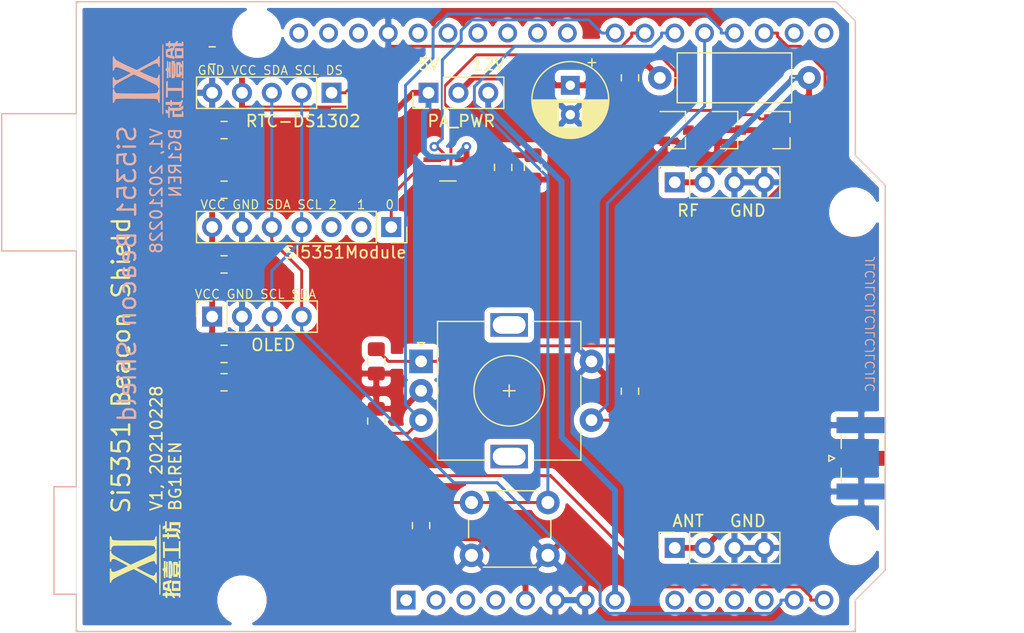
<source format=kicad_pcb>
(kicad_pcb (version 20171130) (host pcbnew "(5.1.9-0-10_14)")
  (layers (0 F.Cu signal) (31 B.Cu signal) (34 B.Paste user) (35 F.Paste user) (36 B.SilkS user) (37 F.SilkS user) (38 B.Mask user) (39 F.Mask user) (44 Edge.Cuts user))
  (net 0 "")
  (net 1 SCL)
  (net 2 GND)
  (net 3 SDA)
  (net 4 +12V)
  (net 5 VCC)
  (net 6 TX)
  (net 7 ROT_2)
  (net 8 ROT_1)
  (net 9 DS)
  (net 10 ANT)
  (net 11 RF_OUT)
  (net 12 CLK0)
  (net 13 PA_PWR)
  (net 14 C_OUT)
  (net 15 SW_BTN)
  (net 16 SW_R)
  (module xi:xi-logo-a-07_07 (layer B.Cu) (at 51.686 42.034 270)
    (fp_text reference G*** hide)
    (fp_text value LOGO hide)
  )
  (module xi:xi-logo-a-07_07 (layer F.Cu) (at 51.432 82.928 90)
    (fp_text reference G*** hide)
    (fp_text value LOGO hide)
  )
  (module Connector_Coaxial:SMA_Samtec_SMA-J-P-X-ST-EM1_EdgeMount (layer F.Cu) (at 112.395 74.292 90)
    (fp_text reference J1 hide)
    (fp_text value ANT)
    (pad 1 smd rect (at 0 0.2 90) (size 1.27 3.6) (layers F.Cu F.Paste F.Mask) (net 10 ANT))
    (pad 2 smd rect (at 2.825 0 90) (size 1.35 4.2) (layers F.Cu F.Paste F.Mask) (net 2 GND))
    (pad 2 smd rect (at -2.825 0 90) (size 1.35 4.2) (layers F.Cu F.Paste F.Mask) (net 2 GND))
    (pad 2 smd rect (at 2.825 0 90) (size 1.35 4.2) (layers B.Cu B.Paste B.Mask) (net 2 GND))
    (pad 2 smd rect (at -2.825 0 90) (size 1.35 4.2) (layers B.Cu B.Paste B.Mask) (net 2 GND))
  )
  (module Capacitor_SMD:C_0805_2012Metric_Pad1.18x1.45mm_HandSolder (layer F.Cu) (at 92.71 68.58 90)
    (fp_text reference C14 hide)
    (fp_text value 10n)
    (pad 2 smd roundrect (at 1.0375 0 90) (size 1.175 1.45) (layers F.Cu F.Paste F.Mask) (roundrect_rratio 0.2127659574468085) (net 2 GND))
    (pad 1 smd roundrect (at -1.0375 0 90) (size 1.175 1.45) (layers F.Cu F.Paste F.Mask) (roundrect_rratio 0.2127659574468085) (net 16 SW_R))
  )
  (module Capacitor_SMD:C_0805_2012Metric_Pad1.18x1.45mm_HandSolder (layer F.Cu) (at 74.93 80.01 270)
    (fp_text reference C13 hide)
    (fp_text value 10n)
    (pad 2 smd roundrect (at 1.0375 0 270) (size 1.175 1.45) (layers F.Cu F.Paste F.Mask) (roundrect_rratio 0.2127659574468085) (net 2 GND))
    (pad 1 smd roundrect (at -1.0375 0 270) (size 1.175 1.45) (layers F.Cu F.Paste F.Mask) (roundrect_rratio 0.2127659574468085) (net 15 SW_BTN))
  )
  (module Module:Arduino_UNO_R3_WithMountingHoles (layer B.Cu) (at 73.66 86.36)
    (fp_text reference A1 hide)
    (fp_text value Shield)
    (pad "" np_thru_hole circle (at 38.1 -5.08 270) (size 3.2 3.2) (drill 3.2) (layers *.Cu *.Mask))
    (pad "" np_thru_hole circle (at 38.1 -33.02 270) (size 3.2 3.2) (drill 3.2) (layers *.Cu *.Mask))
    (pad "" np_thru_hole circle (at -12.7 -48.26 270) (size 3.2 3.2) (drill 3.2) (layers *.Cu *.Mask))
    (pad "" np_thru_hole circle (at -13.97 0 270) (size 3.2 3.2) (drill 3.2) (layers *.Cu *.Mask))
    (pad 16 thru_hole oval (at 33.02 -48.26 270) (size 1.6 1.6) (drill 1) (layers *.Cu *.Mask))
    (pad 15 thru_hole oval (at 35.56 -48.26 270) (size 1.6 1.6) (drill 1) (layers *.Cu *.Mask))
    (pad 30 thru_hole oval (at -4.06 -48.26 270) (size 1.6 1.6) (drill 1) (layers *.Cu *.Mask))
    (pad 14 thru_hole oval (at 35.56 0 270) (size 1.6 1.6) (drill 1) (layers *.Cu *.Mask) (net 1 SCL))
    (pad 29 thru_hole oval (at -1.52 -48.26 270) (size 1.6 1.6) (drill 1) (layers *.Cu *.Mask) (net 2 GND))
    (pad 13 thru_hole oval (at 33.02 0 270) (size 1.6 1.6) (drill 1) (layers *.Cu *.Mask) (net 3 SDA))
    (pad 28 thru_hole oval (at 1.02 -48.26 270) (size 1.6 1.6) (drill 1) (layers *.Cu *.Mask))
    (pad 12 thru_hole oval (at 30.48 0 270) (size 1.6 1.6) (drill 1) (layers *.Cu *.Mask))
    (pad 27 thru_hole oval (at 3.56 -48.26 270) (size 1.6 1.6) (drill 1) (layers *.Cu *.Mask))
    (pad 11 thru_hole oval (at 27.94 0 270) (size 1.6 1.6) (drill 1) (layers *.Cu *.Mask))
    (pad 26 thru_hole oval (at 6.1 -48.26 270) (size 1.6 1.6) (drill 1) (layers *.Cu *.Mask))
    (pad 10 thru_hole oval (at 25.4 0 270) (size 1.6 1.6) (drill 1) (layers *.Cu *.Mask))
    (pad 25 thru_hole oval (at 8.64 -48.26 270) (size 1.6 1.6) (drill 1) (layers *.Cu *.Mask))
    (pad 9 thru_hole oval (at 22.86 0 270) (size 1.6 1.6) (drill 1) (layers *.Cu *.Mask))
    (pad 24 thru_hole oval (at 11.18 -48.26 270) (size 1.6 1.6) (drill 1) (layers *.Cu *.Mask))
    (pad 8 thru_hole oval (at 17.78 0 270) (size 1.6 1.6) (drill 1) (layers *.Cu *.Mask) (net 4 +12V))
    (pad 23 thru_hole oval (at 13.72 -48.26 270) (size 1.6 1.6) (drill 1) (layers *.Cu *.Mask))
    (pad 7 thru_hole oval (at 15.24 0 270) (size 1.6 1.6) (drill 1) (layers *.Cu *.Mask) (net 2 GND))
    (pad 22 thru_hole oval (at 17.78 -48.26 270) (size 1.6 1.6) (drill 1) (layers *.Cu *.Mask) (net 6 TX))
    (pad 6 thru_hole oval (at 12.7 0 270) (size 1.6 1.6) (drill 1) (layers *.Cu *.Mask) (net 2 GND))
    (pad 21 thru_hole oval (at 20.32 -48.26 270) (size 1.6 1.6) (drill 1) (layers *.Cu *.Mask) (net 9 DS))
    (pad 5 thru_hole oval (at 10.16 0 270) (size 1.6 1.6) (drill 1) (layers *.Cu *.Mask) (net 5 VCC))
    (pad 20 thru_hole oval (at 22.86 -48.26 270) (size 1.6 1.6) (drill 1) (layers *.Cu *.Mask) (net 15 SW_BTN))
    (pad 4 thru_hole oval (at 7.62 0 270) (size 1.6 1.6) (drill 1) (layers *.Cu *.Mask))
    (pad 19 thru_hole oval (at 25.4 -48.26 270) (size 1.6 1.6) (drill 1) (layers *.Cu *.Mask) (net 16 SW_R))
    (pad 3 thru_hole oval (at 5.08 0 270) (size 1.6 1.6) (drill 1) (layers *.Cu *.Mask))
    (pad 18 thru_hole oval (at 27.94 -48.26 270) (size 1.6 1.6) (drill 1) (layers *.Cu *.Mask) (net 7 ROT_2))
    (pad 2 thru_hole oval (at 2.54 0 270) (size 1.6 1.6) (drill 1) (layers *.Cu *.Mask))
    (pad 17 thru_hole oval (at 30.48 -48.26 270) (size 1.6 1.6) (drill 1) (layers *.Cu *.Mask) (net 8 ROT_1))
    (pad 1 thru_hole rect (at 0 0 270) (size 1.6 1.6) (drill 1) (layers *.Cu *.Mask))
    (pad 31 thru_hole oval (at -6.6 -48.26 270) (size 1.6 1.6) (drill 1) (layers *.Cu *.Mask))
    (pad 32 thru_hole oval (at -9.14 -48.26 270) (size 1.6 1.6) (drill 1) (layers *.Cu *.Mask))
  )
  (module Capacitor_SMD:C_0805_2012Metric_Pad1.18x1.45mm_HandSolder (layer F.Cu) (at 92.71 41.91 270)
    (fp_text reference C12 hide)
    (fp_text value 10n)
    (pad 2 smd roundrect (at 1.0375 0 270) (size 1.175 1.45) (layers F.Cu F.Paste F.Mask) (roundrect_rratio 0.2127659574468085) (net 2 GND))
    (pad 1 smd roundrect (at -1.0375 0 270) (size 1.175 1.45) (layers F.Cu F.Paste F.Mask) (roundrect_rratio 0.2127659574468085) (net 13 PA_PWR))
  )
  (module Capacitor_THT:CP_Radial_D6.3mm_P2.50mm (layer F.Cu) (at 87.63 42.545 270)
    (fp_text reference C11 hide)
    (fp_text value 100u)
    (pad 2 thru_hole circle (at 2.5 0 270) (size 1.6 1.6) (drill 0.8) (layers *.Cu *.Mask) (net 2 GND))
    (pad 1 thru_hole rect (at 0 0 270) (size 1.6 1.6) (drill 0.8) (layers *.Cu *.Mask) (net 13 PA_PWR))
  )
  (module Capacitor_SMD:C_0805_2012Metric_Pad1.18x1.45mm_HandSolder (layer F.Cu) (at 81.915 49.53 270)
    (fp_text reference C10 hide)
    (fp_text value 10n)
    (pad 2 smd roundrect (at 1.0375 0 270) (size 1.175 1.45) (layers F.Cu F.Paste F.Mask) (roundrect_rratio 0.2127659574468085) (net 2 GND))
    (pad 1 smd roundrect (at -1.0375 0 270) (size 1.175 1.45) (layers F.Cu F.Paste F.Mask) (roundrect_rratio 0.2127659574468085) (net 5 VCC))
  )
  (module Capacitor_SMD:C_0805_2012Metric_Pad1.18x1.45mm_HandSolder (layer F.Cu) (at 84.455 49.53 270)
    (fp_text reference C9 hide)
    (fp_text value 1u)
    (pad 2 smd roundrect (at 1.0375 0 270) (size 1.175 1.45) (layers F.Cu F.Paste F.Mask) (roundrect_rratio 0.2127659574468085) (net 2 GND))
    (pad 1 smd roundrect (at -1.0375 0 270) (size 1.175 1.45) (layers F.Cu F.Paste F.Mask) (roundrect_rratio 0.2127659574468085) (net 5 VCC))
  )
  (module Capacitor_SMD:C_0805_2012Metric_Pad1.18x1.45mm_HandSolder (layer F.Cu) (at 58.166 46.355 180)
    (fp_text reference C8 hide)
    (fp_text value 10n)
    (pad 2 smd roundrect (at 1.0375 0 180) (size 1.175 1.45) (layers F.Cu F.Paste F.Mask) (roundrect_rratio 0.2127659574468085) (net 2 GND))
    (pad 1 smd roundrect (at -1.0375 0 180) (size 1.175 1.45) (layers F.Cu F.Paste F.Mask) (roundrect_rratio 0.2127659574468085) (net 5 VCC))
  )
  (module Capacitor_SMD:C_0805_2012Metric_Pad1.18x1.45mm_HandSolder (layer F.Cu) (at 57.15 40.005 180)
    (fp_text reference C7 hide)
    (fp_text value 1u)
    (pad 2 smd roundrect (at 1.0375 0 180) (size 1.175 1.45) (layers F.Cu F.Paste F.Mask) (roundrect_rratio 0.2127659574468085) (net 2 GND))
    (pad 1 smd roundrect (at -1.0375 0 180) (size 1.175 1.45) (layers F.Cu F.Paste F.Mask) (roundrect_rratio 0.2127659574468085) (net 5 VCC))
  )
  (module Capacitor_SMD:C_0805_2012Metric_Pad1.18x1.45mm_HandSolder (layer F.Cu) (at 58.166 51.435)
    (fp_text reference C6 hide)
    (fp_text value 10n)
    (pad 2 smd roundrect (at 1.0375 0) (size 1.175 1.45) (layers F.Cu F.Paste F.Mask) (roundrect_rratio 0.2127659574468085) (net 2 GND))
    (pad 1 smd roundrect (at -1.0375 0) (size 1.175 1.45) (layers F.Cu F.Paste F.Mask) (roundrect_rratio 0.2127659574468085) (net 5 VCC))
  )
  (module Capacitor_SMD:C_0805_2012Metric_Pad1.18x1.45mm_HandSolder (layer F.Cu) (at 58.166 57.785)
    (fp_text reference C5 hide)
    (fp_text value 1u)
    (pad 2 smd roundrect (at 1.0375 0) (size 1.175 1.45) (layers F.Cu F.Paste F.Mask) (roundrect_rratio 0.2127659574468085) (net 2 GND))
    (pad 1 smd roundrect (at -1.0375 0) (size 1.175 1.45) (layers F.Cu F.Paste F.Mask) (roundrect_rratio 0.2127659574468085) (net 5 VCC))
  )
  (module Capacitor_SMD:C_0805_2012Metric_Pad1.18x1.45mm_HandSolder (layer F.Cu) (at 58.166 65.405)
    (fp_text reference C4 hide)
    (fp_text value 10n)
    (pad 2 smd roundrect (at 1.0375 0) (size 1.175 1.45) (layers F.Cu F.Paste F.Mask) (roundrect_rratio 0.2127659574468085) (net 2 GND))
    (pad 1 smd roundrect (at -1.0375 0) (size 1.175 1.45) (layers F.Cu F.Paste F.Mask) (roundrect_rratio 0.2127659574468085) (net 5 VCC))
  )
  (module Capacitor_SMD:C_0805_2012Metric_Pad1.18x1.45mm_HandSolder (layer F.Cu) (at 58.166 67.818)
    (fp_text reference C3 hide)
    (fp_text value 1u)
    (pad 2 smd roundrect (at 1.0375 0) (size 1.175 1.45) (layers F.Cu F.Paste F.Mask) (roundrect_rratio 0.2127659574468085) (net 2 GND))
    (pad 1 smd roundrect (at -1.0375 0) (size 1.175 1.45) (layers F.Cu F.Paste F.Mask) (roundrect_rratio 0.2127659574468085) (net 5 VCC))
  )
  (module Inductor_THT:L_Axial_L9.5mm_D4.0mm_P12.70mm_Horizontal_Fastron_SMCC (layer F.Cu) (at 95.25 41.91)
    (fp_text reference L1 hide)
    (fp_text value 100u)
    (pad 2 thru_hole oval (at 12.7 0) (size 2 2) (drill 1) (layers *.Cu *.Mask) (net 11 RF_OUT))
    (pad 1 thru_hole circle (at 0 0) (size 2 2) (drill 1) (layers *.Cu *.Mask) (net 13 PA_PWR))
  )
  (module Package_TO_SOT_SMD:SOT-353_SC-70-5_Handsoldering (layer F.Cu) (at 77.213 49.527)
    (fp_text reference U1 hide)
    (fp_text value 74LVC1G08)
    (pad 5 smd rect (at 1.33 -0.65) (size 1.5 0.4) (layers F.Cu F.Paste F.Mask) (net 5 VCC))
    (pad 4 smd rect (at 1.33 0.65) (size 1.5 0.4) (layers F.Cu F.Paste F.Mask) (net 14 C_OUT))
    (pad 3 smd rect (at -1.33 0.65) (size 1.5 0.4) (layers F.Cu F.Paste F.Mask) (net 2 GND))
    (pad 2 smd rect (at -1.33 0) (size 1.5 0.4) (layers F.Cu F.Paste F.Mask) (net 12 CLK0))
    (pad 1 smd rect (at -1.33 -0.65) (size 1.5 0.4) (layers F.Cu F.Paste F.Mask) (net 6 TX))
  )
  (module Button_Switch_THT:SW_PUSH_6mm (layer F.Cu) (at 85.725 82.55 180)
    (fp_text reference SW2 hide)
    (fp_text value L_BTN)
    (pad 1 thru_hole circle (at 6.5 0 270) (size 2 2) (drill 1.1) (layers *.Cu *.Mask) (net 2 GND))
    (pad 2 thru_hole circle (at 6.5 4.5 270) (size 2 2) (drill 1.1) (layers *.Cu *.Mask) (net 15 SW_BTN))
    (pad 1 thru_hole circle (at 0 0 270) (size 2 2) (drill 1.1) (layers *.Cu *.Mask) (net 2 GND))
    (pad 2 thru_hole circle (at 0 4.5 270) (size 2 2) (drill 1.1) (layers *.Cu *.Mask) (net 15 SW_BTN))
  )
  (module Rotary_Encoder:RotaryEncoder_Alps_EC11E-Switch_Vertical_H20mm (layer F.Cu) (at 74.93 66.04)
    (fp_text reference SW1 hide)
    (fp_text value Encoder)
    (pad A thru_hole rect (at 0 0) (size 2 2) (drill 1) (layers *.Cu *.Mask) (net 8 ROT_1))
    (pad C thru_hole circle (at 0 2.5) (size 2 2) (drill 1) (layers *.Cu *.Mask) (net 2 GND))
    (pad B thru_hole circle (at 0 5) (size 2 2) (drill 1) (layers *.Cu *.Mask) (net 7 ROT_2))
    (pad MP thru_hole rect (at 7.5 -3.1) (size 3.2 2) (drill oval 2.8 1.5) (layers *.Cu *.Mask))
    (pad MP thru_hole rect (at 7.5 8.1) (size 3.2 2) (drill oval 2.8 1.5) (layers *.Cu *.Mask))
    (pad S2 thru_hole circle (at 14.5 0) (size 2 2) (drill 1) (layers *.Cu *.Mask) (net 2 GND))
    (pad S1 thru_hole circle (at 14.5 5) (size 2 2) (drill 1) (layers *.Cu *.Mask) (net 16 SW_R))
  )
  (module Package_TO_SOT_SMD:SOT-23 (layer F.Cu) (at 105.572 46.357)
    (fp_text reference Q3 hide)
    (fp_text value 2N7002K)
    (pad 3 smd rect (at 1 0) (size 0.9 0.8) (layers F.Cu F.Paste F.Mask) (net 11 RF_OUT))
    (pad 2 smd rect (at -1 0.95) (size 0.9 0.8) (layers F.Cu F.Paste F.Mask) (net 2 GND))
    (pad 1 smd rect (at -1 -0.95) (size 0.9 0.8) (layers F.Cu F.Paste F.Mask) (net 14 C_OUT))
  )
  (module Package_TO_SOT_SMD:SOT-23 (layer F.Cu) (at 101.122 46.357)
    (fp_text reference Q2 hide)
    (fp_text value 2N7002K)
    (pad 3 smd rect (at 1 0) (size 0.9 0.8) (layers F.Cu F.Paste F.Mask) (net 11 RF_OUT))
    (pad 2 smd rect (at -1 0.95) (size 0.9 0.8) (layers F.Cu F.Paste F.Mask) (net 2 GND))
    (pad 1 smd rect (at -1 -0.95) (size 0.9 0.8) (layers F.Cu F.Paste F.Mask) (net 14 C_OUT))
  )
  (module Package_TO_SOT_SMD:SOT-23 (layer F.Cu) (at 96.672 46.357)
    (fp_text reference Q1 hide)
    (fp_text value 2N7002K)
    (pad 3 smd rect (at 1 0) (size 0.9 0.8) (layers F.Cu F.Paste F.Mask) (net 11 RF_OUT))
    (pad 2 smd rect (at -1 0.95) (size 0.9 0.8) (layers F.Cu F.Paste F.Mask) (net 2 GND))
    (pad 1 smd rect (at -1 -0.95) (size 0.9 0.8) (layers F.Cu F.Paste F.Mask) (net 14 C_OUT))
  )
  (module Connector_PinSocket_2.54mm:PinSocket_1x05_P2.54mm_Vertical (layer F.Cu) (at 67.31 43.18 270)
    (fp_text reference J7 hide)
    (fp_text value RTC-DS1302 (at 2.41 2.416 180) (layer F.SilkS))
    (pad 5 thru_hole oval (at 0 10.16 270) (size 1.7 1.7) (drill 1) (layers *.Cu *.Mask) (net 2 GND))
    (pad 4 thru_hole oval (at 0 7.62 270) (size 1.7 1.7) (drill 1) (layers *.Cu *.Mask) (net 5 VCC))
    (pad 3 thru_hole oval (at 0 5.08 270) (size 1.7 1.7) (drill 1) (layers *.Cu *.Mask) (net 3 SDA))
    (pad 2 thru_hole oval (at 0 2.54 270) (size 1.7 1.7) (drill 1) (layers *.Cu *.Mask) (net 1 SCL))
    (pad 1 thru_hole rect (at 0 0 270) (size 1.7 1.7) (drill 1) (layers *.Cu *.Mask) (net 9 DS))
  )
  (module Connector_PinHeader_2.54mm:PinHeader_1x03_P2.54mm_Vertical (layer F.Cu) (at 75.565 43.18 90)
    (fp_text reference J6 hide)
    (fp_text value PA_PWR (at -2.41 2.791 180) (layer F.SilkS))
    (pad 3 thru_hole oval (at 0 5.08 90) (size 1.7 1.7) (drill 1) (layers *.Cu *.Mask) (net 4 +12V))
    (pad 2 thru_hole oval (at 0 2.54 90) (size 1.7 1.7) (drill 1) (layers *.Cu *.Mask) (net 13 PA_PWR))
    (pad 1 thru_hole rect (at 0 0 90) (size 1.7 1.7) (drill 1) (layers *.Cu *.Mask) (net 5 VCC))
  )
  (module Connector_PinSocket_2.54mm:PinSocket_1x04_P2.54mm_Vertical (layer F.Cu) (at 57.15 62.23 90)
    (fp_text reference J5 hide)
    (fp_text value OLED (at -2.41 5.204 180) (layer F.SilkS))
    (pad 4 thru_hole oval (at 0 7.62 90) (size 1.7 1.7) (drill 1) (layers *.Cu *.Mask) (net 3 SDA))
    (pad 3 thru_hole oval (at 0 5.08 90) (size 1.7 1.7) (drill 1) (layers *.Cu *.Mask) (net 1 SCL))
    (pad 2 thru_hole oval (at 0 2.54 90) (size 1.7 1.7) (drill 1) (layers *.Cu *.Mask) (net 2 GND))
    (pad 1 thru_hole rect (at 0 0 90) (size 1.7 1.7) (drill 1) (layers *.Cu *.Mask) (net 5 VCC))
  )
  (module Connector_PinSocket_2.54mm:PinSocket_1x07_P2.54mm_Vertical (layer F.Cu) (at 72.39 54.61 270)
    (fp_text reference J4 hide)
    (fp_text value SI5351Module (at 2.156 3.94 180) (layer F.SilkS))
    (pad 7 thru_hole oval (at 0 15.24 270) (size 1.7 1.7) (drill 1) (layers *.Cu *.Mask) (net 5 VCC))
    (pad 6 thru_hole oval (at 0 12.7 270) (size 1.7 1.7) (drill 1) (layers *.Cu *.Mask) (net 2 GND))
    (pad 5 thru_hole oval (at 0 10.16 270) (size 1.7 1.7) (drill 1) (layers *.Cu *.Mask) (net 3 SDA))
    (pad 4 thru_hole oval (at 0 7.62 270) (size 1.7 1.7) (drill 1) (layers *.Cu *.Mask) (net 1 SCL))
    (pad 3 thru_hole oval (at 0 5.08 270) (size 1.7 1.7) (drill 1) (layers *.Cu *.Mask))
    (pad 2 thru_hole oval (at 0 2.54 270) (size 1.7 1.7) (drill 1) (layers *.Cu *.Mask))
    (pad 1 thru_hole rect (at 0 0 270) (size 1.7 1.7) (drill 1) (layers *.Cu *.Mask) (net 12 CLK0))
  )
  (module Connector_PinSocket_2.54mm:PinSocket_1x04_P2.54mm_Vertical (layer F.Cu) (at 96.52 50.8 90)
    (fp_text reference J3 hide)
    (fp_text value LPF_B)
    (pad 4 thru_hole oval (at 0 7.62 90) (size 1.7 1.7) (drill 1) (layers *.Cu *.Mask) (net 2 GND))
    (pad 3 thru_hole oval (at 0 5.08 90) (size 1.7 1.7) (drill 1) (layers *.Cu *.Mask) (net 2 GND))
    (pad 2 thru_hole oval (at 0 2.54 90) (size 1.7 1.7) (drill 1) (layers *.Cu *.Mask) (net 11 RF_OUT))
    (pad 1 thru_hole rect (at 0 0 90) (size 1.7 1.7) (drill 1) (layers *.Cu *.Mask) (net 11 RF_OUT))
  )
  (module Connector_PinSocket_2.54mm:PinSocket_1x04_P2.54mm_Vertical (layer F.Cu) (at 96.52 81.915 90)
    (fp_text reference J2 hide)
    (fp_text value LPF_A)
    (pad 4 thru_hole oval (at 0 7.62 90) (size 1.7 1.7) (drill 1) (layers *.Cu *.Mask) (net 2 GND))
    (pad 3 thru_hole oval (at 0 5.08 90) (size 1.7 1.7) (drill 1) (layers *.Cu *.Mask) (net 2 GND))
    (pad 2 thru_hole oval (at 0 2.54 90) (size 1.7 1.7) (drill 1) (layers *.Cu *.Mask) (net 10 ANT))
    (pad 1 thru_hole rect (at 0 0 90) (size 1.7 1.7) (drill 1) (layers *.Cu *.Mask) (net 10 ANT))
  )
  (module Capacitor_SMD:C_0805_2012Metric_Pad1.18x1.45mm_HandSolder (layer F.Cu) (at 71.12 71.12 90)
    (fp_text reference C2 hide)
    (fp_text value 10n)
    (pad 2 smd roundrect (at 1.0375 0 90) (size 1.175 1.45) (layers F.Cu F.Paste F.Mask) (roundrect_rratio 0.2127659574468085) (net 2 GND))
    (pad 1 smd roundrect (at -1.0375 0 90) (size 1.175 1.45) (layers F.Cu F.Paste F.Mask) (roundrect_rratio 0.2127659574468085) (net 7 ROT_2))
  )
  (module Capacitor_SMD:C_0805_2012Metric_Pad1.18x1.45mm_HandSolder (layer F.Cu) (at 71.12 66.04 270)
    (fp_text reference C1 hide)
    (fp_text value 10n)
    (pad 2 smd roundrect (at 1.0375 0 270) (size 1.175 1.45) (layers F.Cu F.Paste F.Mask) (roundrect_rratio 0.2127659574468085) (net 2 GND))
    (pad 1 smd roundrect (at -1.0375 0 270) (size 1.175 1.45) (layers F.Cu F.Paste F.Mask) (roundrect_rratio 0.2127659574468085) (net 8 ROT_1))
  )
  (gr_line (start 111.884 88.77) (end 111.63 89.024) (layer Edge.Cuts) (width 0.05))
  (gr_line (start 45.844 35.43) (end 45.59 35.684) (layer Edge.Cuts) (width 0.05))
  (gr_line (start 45.59 88.77) (end 45.844 89.024) (layer Edge.Cuts) (width 0.05))
  (gr_text "Si5351 Beacon Shield" (at 49.908 45.844 90) (layer B.SilkS) (effects (font (size 1.5 1.5) (thickness 0.2)) (justify left mirror)))
  (gr_text "V1, 20210228\nBG1REN" (at 53.21 46.098 90) (layer B.SilkS) (effects (font (size 1 1)) (justify left mirror)))
  (gr_text JLCJLCJLCJLCJLCJLC (at 113.154 62.862 90) (layer B.SilkS) (effects (font (size 0.75 0.75) (thickness 0.1)) (justify mirror)))
  (gr_text "V1, 20210228\nBG1REN" (at 53.21 78.864 90) (layer F.SilkS) (effects (font (size 1 1)) (justify left)))
  (gr_text "Si5351 Beacon Shield" (at 49.4 79.118 90) (layer F.SilkS) (effects (font (size 1.5 1.5) (thickness 0.2)) (justify left)))
  (gr_text "GND VCC SDA SCL DS" (at 62.1 41.272) (layer F.SilkS) (effects (font (size 0.75 0.75) (thickness 0.1))))
  (gr_text "VCC GND SDA SCL 2   1   0" (at 64.386 52.702) (layer F.SilkS) (effects (font (size 0.75 0.75) (thickness 0.1))))
  (gr_text "VCC GND SCL SDA" (at 60.83 60.322) (layer F.SilkS) (effects (font (size 0.75 0.75) (thickness 0.1))))
  (gr_text 12V (at 80.642 40.764) (layer F.SilkS) (effects (font (size 1 1))))
  (gr_text 5V (at 75.562 40.764) (layer F.SilkS) (effects (font (size 1 1))))
  (gr_text GND (at 102.74 53.21) (layer F.SilkS) (effects (font (size 1 1))))
  (gr_text RF (at 97.66 53.21) (layer F.SilkS) (effects (font (size 1 1))))
  (gr_text GND (at 102.74 79.626) (layer F.SilkS) (effects (font (size 1 1))))
  (gr_text ANT (at 97.66 79.626) (layer F.SilkS) (effects (font (size 1 1))))
  (gr_line (start 45.59 88.77) (end 45.59 35.684) (layer Edge.Cuts) (width 0.05))
  (gr_line (start 111.63 89.024) (end 45.844 89.024) (layer Edge.Cuts) (width 0.05))
  (gr_line (start 111.884 86.357) (end 111.884 88.77) (layer Edge.Cuts) (width 0.05))
  (gr_line (start 114.424 83.817) (end 111.884 86.357) (layer Edge.Cuts) (width 0.05))
  (gr_line (start 114.424 51.051) (end 114.424 83.817) (layer Edge.Cuts) (width 0.05))
  (gr_line (start 111.884 48.511) (end 114.424 51.051) (layer Edge.Cuts) (width 0.05))
  (gr_line (start 111.884 37.081) (end 111.884 48.511) (layer Edge.Cuts) (width 0.05))
  (gr_line (start 110.233 35.43) (end 111.884 37.081) (layer Edge.Cuts) (width 0.05))
  (gr_line (start 45.844 35.43) (end 110.233 35.43) (layer Edge.Cuts) (width 0.05))
  (segment (start 109.22 86.36) (end 108.0947 86.36) (width 0.25) (layer F.Cu) (net 1))
  (segment (start 62.23 62.23) (end 62.23 64.8968) (width 0.25) (layer F.Cu) (net 1))
  (segment (start 62.23 64.8968) (end 73.0984 75.7652) (width 0.25) (layer F.Cu) (net 1))
  (segment (start 73.0984 75.7652) (end 85.9459 75.7652) (width 0.25) (layer F.Cu) (net 1))
  (segment (start 85.9459 75.7652) (end 95.4154 85.2347) (width 0.25) (layer F.Cu) (net 1))
  (segment (start 95.4154 85.2347) (end 107.2508 85.2347) (width 0.25) (layer F.Cu) (net 1))
  (segment (start 107.2508 85.2347) (end 108.0947 86.0786) (width 0.25) (layer F.Cu) (net 1))
  (segment (start 108.0947 86.0786) (end 108.0947 86.36) (width 0.25) (layer F.Cu) (net 1))
  (segment (start 64.77 54.61) (end 64.77 55.7853) (width 0.25) (layer B.Cu) (net 1))
  (segment (start 64.77 55.7853) (end 62.23 58.3253) (width 0.25) (layer B.Cu) (net 1))
  (segment (start 62.23 58.3253) (end 62.23 62.23) (width 0.25) (layer B.Cu) (net 1))
  (segment (start 64.77 54.61) (end 64.77 43.18) (width 0.25) (layer B.Cu) (net 1))
  (segment (start 81.915 50.5675) (end 81.7805 50.702) (width 0.25) (layer F.Cu) (net 2))
  (segment (start 104.572 50.368) (end 104.14 50.8) (width 0.25) (layer F.Cu) (net 2))
  (segment (start 75.883 50.177) (end 75.883 50.991) (width 0.25) (layer F.Cu) (net 2))
  (segment (start 64.77 62.23) (end 64.77 63.4053) (width 0.25) (layer B.Cu) (net 3))
  (segment (start 62.23 54.61) (end 62.23 55.7853) (width 0.25) (layer F.Cu) (net 3))
  (segment (start 62.23 55.7853) (end 64.77 58.3253) (width 0.25) (layer F.Cu) (net 3))
  (segment (start 64.77 58.3253) (end 64.77 62.23) (width 0.25) (layer F.Cu) (net 3))
  (segment (start 106.68 86.36) (end 105.5547 86.36) (width 0.25) (layer B.Cu) (net 3))
  (segment (start 64.77 63.4053) (end 77.7312 76.3665) (width 0.25) (layer B.Cu) (net 3))
  (segment (start 77.7312 76.3665) (end 81.416 76.3665) (width 0.25) (layer B.Cu) (net 3))
  (segment (start 81.416 76.3665) (end 90.17 85.1205) (width 0.25) (layer B.Cu) (net 3))
  (segment (start 90.17 85.1205) (end 90.17 86.7483) (width 0.25) (layer B.Cu) (net 3))
  (segment (start 90.17 86.7483) (end 90.907 87.4853) (width 0.25) (layer B.Cu) (net 3))
  (segment (start 90.907 87.4853) (end 104.7108 87.4853) (width 0.25) (layer B.Cu) (net 3))
  (segment (start 104.7108 87.4853) (end 105.5547 86.6414) (width 0.25) (layer B.Cu) (net 3))
  (segment (start 105.5547 86.6414) (end 105.5547 86.36) (width 0.25) (layer B.Cu) (net 3))
  (segment (start 62.23 43.18) (end 62.23 54.61) (width 0.25) (layer B.Cu) (net 3))
  (segment (start 80.645 43.18) (end 80.645 44.4803) (width 0.5) (layer B.Cu) (net 4))
  (segment (start 80.645 44.4803) (end 86.8923 50.7276) (width 0.5) (layer B.Cu) (net 4))
  (segment (start 86.8923 50.7276) (end 86.8923 72.4904) (width 0.5) (layer B.Cu) (net 4))
  (segment (start 86.8923 72.4904) (end 91.44 77.0381) (width 0.5) (layer B.Cu) (net 4))
  (segment (start 91.44 77.0381) (end 91.44 86.36) (width 0.5) (layer B.Cu) (net 4))
  (segment (start 75.565 43.18) (end 75.565 44.4803) (width 0.5) (layer B.Cu) (net 5))
  (segment (start 78.8002 48.877) (end 79.7433 48.877) (width 0.5) (layer F.Cu) (net 5))
  (segment (start 78.543 48.877) (end 78.8002 48.877) (width 0.5) (layer F.Cu) (net 5))
  (segment (start 78.8002 47.7667) (end 78.8002 48.877) (width 0.5) (layer F.Cu) (net 5))
  (segment (start 75.565 44.4803) (end 75.1733 44.872) (width 0.5) (layer B.Cu) (net 5))
  (segment (start 75.1733 44.872) (end 75.1733 48.148) (width 0.5) (layer B.Cu) (net 5))
  (segment (start 75.1733 48.148) (end 75.6424 48.6171) (width 0.5) (layer B.Cu) (net 5))
  (segment (start 75.6424 48.6171) (end 77.9498 48.6171) (width 0.5) (layer B.Cu) (net 5))
  (segment (start 77.9498 48.6171) (end 78.8002 47.7667) (width 0.5) (layer B.Cu) (net 5))
  (segment (start 59.69 44.5242) (end 59.69 43.18) (width 0.5) (layer F.Cu) (net 5))
  (segment (start 59.2035 46.355) (end 59.69 45.8685) (width 0.5) (layer F.Cu) (net 5))
  (segment (start 59.69 45.8685) (end 59.69 44.5242) (width 0.5) (layer F.Cu) (net 5))
  (segment (start 74.2647 43.18) (end 72.9205 44.5242) (width 0.5) (layer F.Cu) (net 5))
  (segment (start 72.9205 44.5242) (end 59.69 44.5242) (width 0.5) (layer F.Cu) (net 5))
  (segment (start 75.565 43.18) (end 74.2647 43.18) (width 0.5) (layer F.Cu) (net 5))
  (segment (start 59.2035 46.355) (end 59.2035 49.3815) (width 0.5) (layer F.Cu) (net 5))
  (segment (start 59.2035 49.3815) (end 57.15 51.435) (width 0.5) (layer F.Cu) (net 5))
  (segment (start 79.7433 48.877) (end 81.5305 48.877) (width 0.5) (layer F.Cu) (net 5))
  (segment (start 81.5305 48.877) (end 81.915 48.4925) (width 0.5) (layer F.Cu) (net 5))
  (segment (start 57.1285 67.818) (end 71.4158 82.1053) (width 0.5) (layer F.Cu) (net 5))
  (segment (start 71.4158 82.1053) (end 77.221 82.1053) (width 0.5) (layer F.Cu) (net 5))
  (segment (start 77.221 82.1053) (end 78.2365 81.0898) (width 0.5) (layer F.Cu) (net 5))
  (segment (start 78.2365 81.0898) (end 79.8505 81.0898) (width 0.5) (layer F.Cu) (net 5))
  (segment (start 79.8505 81.0898) (end 83.82 85.0593) (width 0.5) (layer F.Cu) (net 5))
  (segment (start 83.82 85.0593) (end 83.82 86.36) (width 0.5) (layer F.Cu) (net 5))
  (segment (start 57.1285 65.405) (end 57.1285 67.818) (width 0.5) (layer F.Cu) (net 5))
  (segment (start 57.1285 57.785) (end 57.15 57.8065) (width 0.5) (layer F.Cu) (net 5))
  (segment (start 57.15 57.8065) (end 57.15 62.23) (width 0.5) (layer F.Cu) (net 5))
  (segment (start 57.15 55.9103) (end 57.1285 55.9318) (width 0.5) (layer F.Cu) (net 5))
  (segment (start 57.1285 55.9318) (end 57.1285 57.785) (width 0.5) (layer F.Cu) (net 5))
  (segment (start 57.15 51.435) (end 57.15 54.61) (width 0.5) (layer F.Cu) (net 5))
  (segment (start 57.15 51.435) (end 57.1285 51.435) (width 0.5) (layer F.Cu) (net 5))
  (segment (start 57.15 54.61) (end 57.15 55.9103) (width 0.5) (layer F.Cu) (net 5))
  (segment (start 84.455 48.4925) (end 81.915 48.4925) (width 0.5) (layer F.Cu) (net 5))
  (segment (start 58.1875 40.005) (end 59.69 41.5075) (width 0.5) (layer F.Cu) (net 5))
  (segment (start 59.69 41.5075) (end 59.69 43.18) (width 0.5) (layer F.Cu) (net 5))
  (segment (start 57.15 62.23) (end 57.15 63.5303) (width 0.5) (layer F.Cu) (net 5))
  (segment (start 57.15 63.5303) (end 57.1285 63.5518) (width 0.5) (layer F.Cu) (net 5))
  (segment (start 57.1285 63.5518) (end 57.1285 65.405) (width 0.5) (layer F.Cu) (net 5))
  (via (at 78.8002 47.7667) (size 0.8) (layers F.Cu B.Cu) (net 5))
  (segment (start 75.883 48.877) (end 76.9583 48.877) (width 0.25) (layer F.Cu) (net 6))
  (segment (start 91.44 38.1) (end 90.3147 38.1) (width 0.25) (layer B.Cu) (net 6))
  (segment (start 76.0536 47.7667) (end 76.7403 47.08) (width 0.25) (layer B.Cu) (net 6))
  (segment (start 76.7403 47.08) (end 76.7403 40.3799) (width 0.25) (layer B.Cu) (net 6))
  (segment (start 76.7403 40.3799) (end 78.3454 38.7748) (width 0.25) (layer B.Cu) (net 6))
  (segment (start 78.3454 38.7748) (end 78.3454 37.8746) (width 0.25) (layer B.Cu) (net 6))
  (segment (start 78.3454 37.8746) (end 79.2453 36.9747) (width 0.25) (layer B.Cu) (net 6))
  (segment (start 79.2453 36.9747) (end 89.1894 36.9747) (width 0.25) (layer B.Cu) (net 6))
  (segment (start 89.1894 36.9747) (end 90.3147 38.1) (width 0.25) (layer B.Cu) (net 6))
  (segment (start 76.9583 48.877) (end 76.9583 48.4451) (width 0.25) (layer F.Cu) (net 6))
  (segment (start 76.9583 48.4451) (end 76.2799 47.7667) (width 0.25) (layer F.Cu) (net 6))
  (segment (start 76.2799 47.7667) (end 76.0536 47.7667) (width 0.25) (layer F.Cu) (net 6))
  (via (at 76.0536 47.7667) (size 0.8) (layers F.Cu B.Cu) (net 6))
  (segment (start 101.6 38.1) (end 100.4747 38.1) (width 0.25) (layer B.Cu) (net 7))
  (segment (start 74.93 71.04) (end 73.6046 69.7146) (width 0.25) (layer B.Cu) (net 7))
  (segment (start 73.6046 69.7146) (end 73.6046 42.5522) (width 0.25) (layer B.Cu) (net 7))
  (segment (start 73.6046 42.5522) (end 75.95 40.2068) (width 0.25) (layer B.Cu) (net 7))
  (segment (start 75.95 40.2068) (end 75.95 37.7541) (width 0.25) (layer B.Cu) (net 7))
  (segment (start 75.95 37.7541) (end 77.2282 36.4759) (width 0.25) (layer B.Cu) (net 7))
  (segment (start 77.2282 36.4759) (end 99.1319 36.4759) (width 0.25) (layer B.Cu) (net 7))
  (segment (start 99.1319 36.4759) (end 100.4747 37.8187) (width 0.25) (layer B.Cu) (net 7))
  (segment (start 100.4747 37.8187) (end 100.4747 38.1) (width 0.25) (layer B.Cu) (net 7))
  (segment (start 71.12 72.1575) (end 73.8125 72.1575) (width 0.25) (layer F.Cu) (net 7))
  (segment (start 73.8125 72.1575) (end 74.93 71.04) (width 0.25) (layer F.Cu) (net 7))
  (segment (start 74.93 66.04) (end 76.2553 66.04) (width 0.25) (layer F.Cu) (net 8))
  (segment (start 76.2553 66.04) (end 77.5806 64.7147) (width 0.25) (layer F.Cu) (net 8))
  (segment (start 77.5806 64.7147) (end 91.9525 64.7147) (width 0.25) (layer F.Cu) (net 8))
  (segment (start 91.9525 64.7147) (end 109.3068 47.3604) (width 0.25) (layer F.Cu) (net 8))
  (segment (start 109.3068 47.3604) (end 109.3068 41.3174) (width 0.25) (layer F.Cu) (net 8))
  (segment (start 109.3068 41.3174) (end 107.2147 39.2253) (width 0.25) (layer F.Cu) (net 8))
  (segment (start 107.2147 39.2253) (end 106.1092 39.2253) (width 0.25) (layer F.Cu) (net 8))
  (segment (start 106.1092 39.2253) (end 105.2653 38.3814) (width 0.25) (layer F.Cu) (net 8))
  (segment (start 105.2653 38.3814) (end 105.2653 38.1) (width 0.25) (layer F.Cu) (net 8))
  (segment (start 74.93 66.04) (end 72.1575 66.04) (width 0.25) (layer F.Cu) (net 8))
  (segment (start 72.1575 66.04) (end 71.12 65.0025) (width 0.25) (layer F.Cu) (net 8))
  (segment (start 104.14 38.1) (end 105.2653 38.1) (width 0.25) (layer F.Cu) (net 8))
  (segment (start 67.31 43.18) (end 68.4853 43.18) (width 0.25) (layer F.Cu) (net 9))
  (segment (start 93.98 38.1) (end 92.8547 38.1) (width 0.25) (layer F.Cu) (net 9))
  (segment (start 92.8547 38.1) (end 92.8547 38.3814) (width 0.25) (layer F.Cu) (net 9))
  (segment (start 92.8547 38.3814) (end 92.0108 39.2253) (width 0.25) (layer F.Cu) (net 9))
  (segment (start 92.0108 39.2253) (end 72.44 39.2253) (width 0.25) (layer F.Cu) (net 9))
  (segment (start 72.44 39.2253) (end 68.4853 43.18) (width 0.25) (layer F.Cu) (net 9))
  (segment (start 99.06 81.915) (end 106.683 74.292) (width 0.5) (layer F.Cu) (net 10))
  (segment (start 106.683 74.292) (end 112.595 74.292) (width 0.5) (layer F.Cu) (net 10))
  (segment (start 96.52 81.915) (end 99.06 81.915) (width 0.5) (layer F.Cu) (net 10))
  (segment (start 106.572 46.357) (end 103.0223 46.357) (width 0.5) (layer F.Cu) (net 11))
  (segment (start 102.122 46.357) (end 103.0223 46.357) (width 0.5) (layer F.Cu) (net 11))
  (segment (start 107.95 43.3603) (end 106.572 44.7383) (width 0.5) (layer F.Cu) (net 11))
  (segment (start 106.572 44.7383) (end 106.572 46.357) (width 0.5) (layer F.Cu) (net 11))
  (segment (start 107.95 41.91) (end 106.4997 41.91) (width 0.5) (layer B.Cu) (net 11))
  (segment (start 99.06 50.8) (end 99.06 49.4997) (width 0.5) (layer B.Cu) (net 11))
  (segment (start 99.06 49.4997) (end 106.4997 42.06) (width 0.5) (layer B.Cu) (net 11))
  (segment (start 106.4997 42.06) (end 106.4997 41.91) (width 0.5) (layer B.Cu) (net 11))
  (segment (start 107.95 41.91) (end 107.95 43.3603) (width 0.5) (layer F.Cu) (net 11))
  (segment (start 97.672 46.357) (end 102.122 46.357) (width 0.5) (layer F.Cu) (net 11))
  (segment (start 96.52 50.8) (end 99.06 50.8) (width 0.5) (layer F.Cu) (net 11))
  (segment (start 75.883 49.527) (end 74.8077 49.527) (width 0.25) (layer F.Cu) (net 12))
  (segment (start 72.39 54.61) (end 72.39 51.9447) (width 0.25) (layer F.Cu) (net 12))
  (segment (start 72.39 51.9447) (end 74.8077 49.527) (width 0.25) (layer F.Cu) (net 12))
  (segment (start 92.71 40.8725) (end 94.2125 40.8725) (width 0.5) (layer F.Cu) (net 13))
  (segment (start 94.2125 40.8725) (end 95.25 41.91) (width 0.5) (layer F.Cu) (net 13))
  (segment (start 88.8803 42.545) (end 90.5528 40.8725) (width 0.5) (layer F.Cu) (net 13))
  (segment (start 90.5528 40.8725) (end 92.71 40.8725) (width 0.5) (layer F.Cu) (net 13))
  (segment (start 87.63 42.545) (end 88.8803 42.545) (width 0.5) (layer F.Cu) (net 13))
  (segment (start 87.63 42.545) (end 86.3797 42.545) (width 0.5) (layer F.Cu) (net 13))
  (segment (start 78.105 43.18) (end 79.4055 41.8795) (width 0.5) (layer F.Cu) (net 13))
  (segment (start 79.4055 41.8795) (end 85.7142 41.8795) (width 0.5) (layer F.Cu) (net 13))
  (segment (start 85.7142 41.8795) (end 86.3797 42.545) (width 0.5) (layer F.Cu) (net 13))
  (segment (start 104.572 45.407) (end 103.7967 45.407) (width 0.25) (layer F.Cu) (net 14))
  (segment (start 100.122 45.0443) (end 103.434 45.0443) (width 0.25) (layer F.Cu) (net 14))
  (segment (start 103.434 45.0443) (end 103.7967 45.407) (width 0.25) (layer F.Cu) (net 14))
  (segment (start 100.122 45.0443) (end 100.122 44.6817) (width 0.25) (layer F.Cu) (net 14))
  (segment (start 100.122 45.407) (end 100.122 45.0443) (width 0.25) (layer F.Cu) (net 14))
  (segment (start 96.5925 44.6817) (end 100.122 44.6817) (width 0.25) (layer F.Cu) (net 14))
  (segment (start 95.672 44.6817) (end 96.5925 44.6817) (width 0.25) (layer F.Cu) (net 14))
  (segment (start 96.5925 44.6817) (end 96.5925 41.3697) (width 0.25) (layer F.Cu) (net 14))
  (segment (start 96.5925 41.3697) (end 95.1742 39.9514) (width 0.25) (layer F.Cu) (net 14))
  (segment (start 95.1742 39.9514) (end 79.6106 39.9514) (width 0.25) (layer F.Cu) (net 14))
  (segment (start 79.6106 39.9514) (end 76.9203 42.6417) (width 0.25) (layer F.Cu) (net 14))
  (segment (start 76.9203 42.6417) (end 76.9203 44.1214) (width 0.25) (layer F.Cu) (net 14))
  (segment (start 76.9203 44.1214) (end 77.4677 44.6688) (width 0.25) (layer F.Cu) (net 14))
  (segment (start 77.4677 44.6688) (end 77.4677 50.177) (width 0.25) (layer F.Cu) (net 14))
  (segment (start 95.672 45.407) (end 95.672 44.6817) (width 0.25) (layer F.Cu) (net 14))
  (segment (start 78.543 50.177) (end 77.4677 50.177) (width 0.25) (layer F.Cu) (net 14))
  (segment (start 96.52 38.1) (end 95.3947 38.1) (width 0.25) (layer B.Cu) (net 15))
  (segment (start 85.725 78.05) (end 85.725 50.3855) (width 0.25) (layer B.Cu) (net 15))
  (segment (start 85.725 50.3855) (end 79.468 44.1285) (width 0.25) (layer B.Cu) (net 15))
  (segment (start 79.468 44.1285) (end 79.468 42.6556) (width 0.25) (layer B.Cu) (net 15))
  (segment (start 79.468 42.6556) (end 82.8983 39.2253) (width 0.25) (layer B.Cu) (net 15))
  (segment (start 82.8983 39.2253) (end 94.5508 39.2253) (width 0.25) (layer B.Cu) (net 15))
  (segment (start 94.5508 39.2253) (end 95.3947 38.3814) (width 0.25) (layer B.Cu) (net 15))
  (segment (start 95.3947 38.3814) (end 95.3947 38.1) (width 0.25) (layer B.Cu) (net 15))
  (segment (start 79.225 78.05) (end 75.8525 78.05) (width 0.25) (layer F.Cu) (net 15))
  (segment (start 75.8525 78.05) (end 74.93 78.9725) (width 0.25) (layer F.Cu) (net 15))
  (segment (start 85.725 78.05) (end 79.225 78.05) (width 0.25) (layer F.Cu) (net 15))
  (segment (start 99.06 38.1) (end 99.06 44.3119) (width 0.25) (layer B.Cu) (net 16))
  (segment (start 99.06 44.3119) (end 90.78 52.5919) (width 0.25) (layer B.Cu) (net 16))
  (segment (start 90.78 52.5919) (end 90.78 69.69) (width 0.25) (layer B.Cu) (net 16))
  (segment (start 90.78 69.69) (end 89.43 71.04) (width 0.25) (layer B.Cu) (net 16))
  (segment (start 89.43 71.04) (end 91.2875 71.04) (width 0.25) (layer F.Cu) (net 16))
  (segment (start 91.2875 71.04) (end 92.71 69.6175) (width 0.25) (layer F.Cu) (net 16))
  (zone (net 2) (net_name GND) (layer F.Cu) (connect_pads (clearance 0.508)) (min_thickness 0.254) (fill yes (arc_segments 32) (thermal_gap 0.508) (thermal_bridge_width 0.508))
    (polygon (pts (xy 114.424 89.024) (xy 45.59 89.024) (xy 45.59 35.43) (xy 114.424 35.43)))
  )
  (zone (net 2) (net_name GND) (layer B.Cu) (connect_pads (clearance 0.508)) (min_thickness 0.254) (fill yes (arc_segments 32) (thermal_gap 0.508) (thermal_bridge_width 0.508))
    (polygon (pts (xy 114.424 89.024) (xy 45.59 89.024) (xy 45.59 35.43) (xy 114.424 35.43)))
  )
)
</source>
